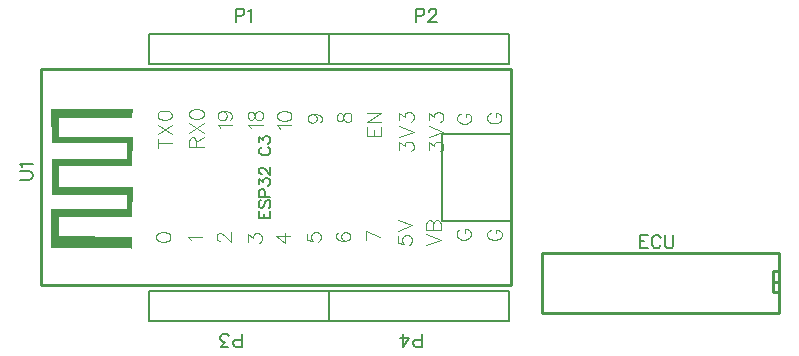
<source format=gto>
G04 Layer: TopSilkscreenLayer*
G04 EasyEDA v6.5.37, 2023-11-05 12:22:53*
G04 b38ca7787a6d49d182703bcf24ee71ae,61ca570dd1bc49e89b508e185065188e,10*
G04 Gerber Generator version 0.2*
G04 Scale: 100 percent, Rotated: No, Reflected: No *
G04 Dimensions in millimeters *
G04 leading zeros omitted , absolute positions ,4 integer and 5 decimal *
%FSLAX45Y45*%
%MOMM*%

%ADD10C,0.1524*%
%ADD11C,0.1016*%
%ADD12C,0.2030*%
%ADD13C,0.1520*%
%ADD14C,0.1270*%
%ADD15C,0.2540*%
%ADD16C,0.2032*%
%ADD17C,0.2030*%
%ADD18C,0.0176*%

%LPD*%
D10*
X595884Y9334500D02*
G01*
X673862Y9334500D01*
X689355Y9339579D01*
X699770Y9349994D01*
X704850Y9365742D01*
X704850Y9376155D01*
X699770Y9391650D01*
X689355Y9402063D01*
X673862Y9407144D01*
X595884Y9407144D01*
X616712Y9441434D02*
G01*
X611378Y9451847D01*
X595884Y9467595D01*
X704850Y9467595D01*
D11*
X4321032Y8916464D02*
G01*
X4309602Y8910622D01*
X4297918Y8899192D01*
X4292330Y8887508D01*
X4292330Y8864648D01*
X4297918Y8852964D01*
X4309602Y8841534D01*
X4321032Y8835692D01*
X4338304Y8829850D01*
X4367260Y8829850D01*
X4384532Y8835692D01*
X4396216Y8841534D01*
X4407646Y8852964D01*
X4413488Y8864648D01*
X4413488Y8887508D01*
X4407646Y8899192D01*
X4396216Y8910622D01*
X4384532Y8916464D01*
X4367260Y8916464D01*
X4367260Y8887508D02*
G01*
X4367260Y8916464D01*
X4037332Y8782850D02*
G01*
X4158490Y8829078D01*
X4037332Y8875306D02*
G01*
X4158490Y8829078D01*
X4037332Y8913406D02*
G01*
X4158490Y8913406D01*
X4037332Y8913406D02*
G01*
X4037332Y8965222D01*
X4042920Y8982748D01*
X4048762Y8988336D01*
X4060446Y8994178D01*
X4071876Y8994178D01*
X4083306Y8988336D01*
X4089148Y8982748D01*
X4094990Y8965222D01*
X4094990Y8913406D02*
G01*
X4094990Y8965222D01*
X4100832Y8982748D01*
X4106420Y8988336D01*
X4118104Y8994178D01*
X4135376Y8994178D01*
X4146806Y8988336D01*
X4152648Y8982748D01*
X4158490Y8965222D01*
X4158490Y8913406D01*
X3793332Y8857193D02*
G01*
X3793332Y8799535D01*
X3845148Y8793693D01*
X3839306Y8799535D01*
X3833718Y8816807D01*
X3833718Y8834079D01*
X3839306Y8851351D01*
X3850990Y8863035D01*
X3868262Y8868623D01*
X3879946Y8868623D01*
X3897218Y8863035D01*
X3908648Y8851351D01*
X3914490Y8834079D01*
X3914490Y8816807D01*
X3908648Y8799535D01*
X3902806Y8793693D01*
X3891376Y8787851D01*
X3793332Y8906723D02*
G01*
X3914490Y8952951D01*
X3793332Y8999179D02*
G01*
X3914490Y8952951D01*
X3525332Y8905623D02*
G01*
X3646490Y8847965D01*
X3525332Y8824851D02*
G01*
X3525332Y8905623D01*
X3288606Y8889192D02*
G01*
X3276922Y8883350D01*
X3271334Y8866078D01*
X3271334Y8854648D01*
X3276922Y8837122D01*
X3294448Y8825692D01*
X3323150Y8819850D01*
X3352106Y8819850D01*
X3375220Y8825692D01*
X3386650Y8837122D01*
X3392492Y8854648D01*
X3392492Y8860236D01*
X3386650Y8877508D01*
X3375220Y8889192D01*
X3357948Y8895034D01*
X3352106Y8895034D01*
X3334834Y8889192D01*
X3323150Y8877508D01*
X3317308Y8860236D01*
X3317308Y8854648D01*
X3323150Y8837122D01*
X3334834Y8825692D01*
X3352106Y8819850D01*
X3022333Y8880193D02*
G01*
X3022333Y8822535D01*
X3074149Y8816693D01*
X3068307Y8822535D01*
X3062719Y8839807D01*
X3062719Y8857079D01*
X3068307Y8874351D01*
X3079991Y8886035D01*
X3097263Y8891623D01*
X3108947Y8891623D01*
X3126219Y8886035D01*
X3137649Y8874351D01*
X3143491Y8857079D01*
X3143491Y8839807D01*
X3137649Y8822535D01*
X3131807Y8816693D01*
X3120377Y8810851D01*
X2763334Y8859507D02*
G01*
X2844106Y8801849D01*
X2844106Y8888463D01*
X2763334Y8859507D02*
G01*
X2884492Y8859507D01*
X2523335Y8813533D02*
G01*
X2523335Y8877033D01*
X2569309Y8842235D01*
X2569309Y8859507D01*
X2575151Y8871191D01*
X2580993Y8877033D01*
X2598265Y8882621D01*
X2609949Y8882621D01*
X2627221Y8877033D01*
X2638651Y8865349D01*
X2644493Y8848077D01*
X2644493Y8830805D01*
X2638651Y8813533D01*
X2632809Y8807691D01*
X2621379Y8801849D01*
X2289037Y8816693D02*
G01*
X2283449Y8816693D01*
X2271765Y8822535D01*
X2265923Y8828123D01*
X2260335Y8839807D01*
X2260335Y8862921D01*
X2265923Y8874351D01*
X2271765Y8880193D01*
X2283449Y8886035D01*
X2294879Y8886035D01*
X2306309Y8880193D01*
X2323835Y8868509D01*
X2381493Y8810851D01*
X2381493Y8891623D01*
X2043450Y8824851D02*
G01*
X2037608Y8836535D01*
X2020336Y8853807D01*
X2141494Y8853807D01*
X1747337Y8845649D02*
G01*
X1752925Y8828123D01*
X1770451Y8816693D01*
X1799153Y8810851D01*
X1816425Y8810851D01*
X1845381Y8816693D01*
X1862653Y8828123D01*
X1868495Y8845649D01*
X1868495Y8857079D01*
X1862653Y8874351D01*
X1845381Y8886035D01*
X1816425Y8891623D01*
X1799153Y8891623D01*
X1770451Y8886035D01*
X1752925Y8874351D01*
X1747337Y8857079D01*
X1747337Y8845649D01*
X1762285Y9644184D02*
G01*
X1883443Y9644184D01*
X1762285Y9603798D02*
G01*
X1762285Y9684824D01*
X1762285Y9722924D02*
G01*
X1883443Y9803696D01*
X1762285Y9803696D02*
G01*
X1883443Y9722924D01*
X1762285Y9876340D02*
G01*
X1768127Y9859068D01*
X1785399Y9847384D01*
X1814101Y9841796D01*
X1831627Y9841796D01*
X1860329Y9847384D01*
X1877601Y9859068D01*
X1883443Y9876340D01*
X1883443Y9888024D01*
X1877601Y9905296D01*
X1860329Y9916726D01*
X1831627Y9922568D01*
X1814101Y9922568D01*
X1785399Y9916726D01*
X1768127Y9905296D01*
X1762285Y9888024D01*
X1762285Y9876340D01*
X2030285Y9613798D02*
G01*
X2151443Y9613798D01*
X2030285Y9613798D02*
G01*
X2030285Y9665868D01*
X2036127Y9683140D01*
X2041715Y9688982D01*
X2053399Y9694824D01*
X2064829Y9694824D01*
X2076513Y9688982D01*
X2082101Y9683140D01*
X2087943Y9665868D01*
X2087943Y9613798D01*
X2087943Y9654184D02*
G01*
X2151443Y9694824D01*
X2030285Y9732924D02*
G01*
X2151443Y9813696D01*
X2030285Y9813696D02*
G01*
X2151443Y9732924D01*
X2030285Y9886340D02*
G01*
X2036127Y9869068D01*
X2053399Y9857384D01*
X2082101Y9851796D01*
X2099627Y9851796D01*
X2128329Y9857384D01*
X2145601Y9869068D01*
X2151443Y9886340D01*
X2151443Y9898024D01*
X2145601Y9915296D01*
X2128329Y9926726D01*
X2099627Y9932568D01*
X2082101Y9932568D01*
X2053399Y9926726D01*
X2036127Y9915296D01*
X2030285Y9898024D01*
X2030285Y9886340D01*
X2293399Y9772797D02*
G01*
X2287557Y9784481D01*
X2270285Y9801753D01*
X2391443Y9801753D01*
X2310671Y9914783D02*
G01*
X2327943Y9909195D01*
X2339627Y9897511D01*
X2345215Y9880239D01*
X2345215Y9874397D01*
X2339627Y9857125D01*
X2327943Y9845695D01*
X2310671Y9839853D01*
X2304829Y9839853D01*
X2287557Y9845695D01*
X2276127Y9857125D01*
X2270285Y9874397D01*
X2270285Y9880239D01*
X2276127Y9897511D01*
X2287557Y9909195D01*
X2310671Y9914783D01*
X2339627Y9914783D01*
X2368329Y9909195D01*
X2385601Y9897511D01*
X2391443Y9880239D01*
X2391443Y9868809D01*
X2385601Y9851283D01*
X2374171Y9845695D01*
X2796458Y9768974D02*
G01*
X2790616Y9780404D01*
X2773344Y9797676D01*
X2894502Y9797676D01*
X2773344Y9870574D02*
G01*
X2778932Y9853302D01*
X2796458Y9841618D01*
X2825160Y9835776D01*
X2842432Y9835776D01*
X2871388Y9841618D01*
X2888660Y9853302D01*
X2894502Y9870574D01*
X2894502Y9882004D01*
X2888660Y9899276D01*
X2871388Y9910960D01*
X2842432Y9916802D01*
X2825160Y9916802D01*
X2796458Y9910960D01*
X2778932Y9899276D01*
X2773344Y9882004D01*
X2773344Y9870574D01*
X3072668Y9890980D02*
G01*
X3089940Y9885138D01*
X3101624Y9873708D01*
X3107212Y9856182D01*
X3107212Y9850594D01*
X3101624Y9833322D01*
X3089940Y9821638D01*
X3072668Y9815796D01*
X3066826Y9815796D01*
X3049554Y9821638D01*
X3038124Y9833322D01*
X3032282Y9850594D01*
X3032282Y9856182D01*
X3038124Y9873708D01*
X3049554Y9885138D01*
X3072668Y9890980D01*
X3101624Y9890980D01*
X3130326Y9885138D01*
X3147598Y9873708D01*
X3153440Y9856182D01*
X3153440Y9844752D01*
X3147598Y9827480D01*
X3136168Y9821638D01*
X3281283Y9853754D02*
G01*
X3287125Y9836482D01*
X3298555Y9830640D01*
X3309985Y9830640D01*
X3321669Y9836482D01*
X3327511Y9847912D01*
X3333099Y9871026D01*
X3338941Y9888298D01*
X3350625Y9899982D01*
X3362055Y9905824D01*
X3379327Y9905824D01*
X3391011Y9899982D01*
X3396599Y9894140D01*
X3402441Y9876868D01*
X3402441Y9853754D01*
X3396599Y9836482D01*
X3391011Y9830640D01*
X3379327Y9824798D01*
X3362055Y9824798D01*
X3350625Y9830640D01*
X3338941Y9842324D01*
X3333099Y9859596D01*
X3327511Y9882710D01*
X3321669Y9894140D01*
X3309985Y9899982D01*
X3298555Y9899982D01*
X3287125Y9894140D01*
X3281283Y9876868D01*
X3281283Y9853754D01*
X3535281Y9711027D02*
G01*
X3656439Y9711027D01*
X3535281Y9711027D02*
G01*
X3535281Y9785957D01*
X3592939Y9711027D02*
G01*
X3592939Y9757001D01*
X3656439Y9711027D02*
G01*
X3656439Y9785957D01*
X3535281Y9824057D02*
G01*
X3656439Y9824057D01*
X3535281Y9824057D02*
G01*
X3656439Y9904829D01*
X3535281Y9904829D02*
G01*
X3656439Y9904829D01*
X3808282Y9590455D02*
G01*
X3808282Y9653955D01*
X3854510Y9619411D01*
X3854510Y9636683D01*
X3860098Y9648113D01*
X3865940Y9653955D01*
X3883212Y9659797D01*
X3894896Y9659797D01*
X3912168Y9653955D01*
X3923598Y9642525D01*
X3929440Y9624999D01*
X3929440Y9607727D01*
X3923598Y9590455D01*
X3918010Y9584613D01*
X3906326Y9579025D01*
X3808282Y9697897D02*
G01*
X3929440Y9744125D01*
X3808282Y9790099D02*
G01*
X3929440Y9744125D01*
X3808282Y9839883D02*
G01*
X3808282Y9903383D01*
X3854510Y9868585D01*
X3854510Y9886111D01*
X3860098Y9897541D01*
X3865940Y9903383D01*
X3883212Y9909225D01*
X3894896Y9909225D01*
X3912168Y9903383D01*
X3923598Y9891699D01*
X3929440Y9874427D01*
X3929440Y9857155D01*
X3923598Y9839883D01*
X3918010Y9834041D01*
X3906326Y9828199D01*
X4058282Y9590455D02*
G01*
X4058282Y9653955D01*
X4104510Y9619411D01*
X4104510Y9636683D01*
X4110098Y9648113D01*
X4115940Y9653955D01*
X4133212Y9659797D01*
X4144896Y9659797D01*
X4162168Y9653955D01*
X4173598Y9642525D01*
X4179440Y9624999D01*
X4179440Y9607727D01*
X4173598Y9590455D01*
X4168010Y9584613D01*
X4156326Y9579025D01*
X4058282Y9697897D02*
G01*
X4179440Y9744125D01*
X4058282Y9790099D02*
G01*
X4179440Y9744125D01*
X4058282Y9839883D02*
G01*
X4058282Y9903383D01*
X4104510Y9868585D01*
X4104510Y9886111D01*
X4110098Y9897541D01*
X4115940Y9903383D01*
X4133212Y9909225D01*
X4144896Y9909225D01*
X4162168Y9903383D01*
X4173598Y9891699D01*
X4179440Y9874427D01*
X4179440Y9857155D01*
X4173598Y9839883D01*
X4168010Y9834041D01*
X4156326Y9828199D01*
X4325983Y9896386D02*
G01*
X4314553Y9890798D01*
X4303123Y9879114D01*
X4297281Y9867684D01*
X4297281Y9844570D01*
X4303123Y9832886D01*
X4314553Y9821456D01*
X4325983Y9815614D01*
X4343509Y9810026D01*
X4372211Y9810026D01*
X4389483Y9815614D01*
X4401167Y9821456D01*
X4412597Y9832886D01*
X4418439Y9844570D01*
X4418439Y9867684D01*
X4412597Y9879114D01*
X4401167Y9890798D01*
X4389483Y9896386D01*
X4372211Y9896386D01*
X4372211Y9867684D02*
G01*
X4372211Y9896386D01*
X4579983Y9900386D02*
G01*
X4568553Y9894798D01*
X4557123Y9883114D01*
X4551281Y9871684D01*
X4551281Y9848570D01*
X4557123Y9836886D01*
X4568553Y9825456D01*
X4579983Y9819614D01*
X4597509Y9814026D01*
X4626211Y9814026D01*
X4643483Y9819614D01*
X4655167Y9825456D01*
X4666597Y9836886D01*
X4672439Y9848570D01*
X4672439Y9871684D01*
X4666597Y9883114D01*
X4655167Y9894798D01*
X4643483Y9900386D01*
X4626211Y9900386D01*
X4626211Y9871684D02*
G01*
X4626211Y9900386D01*
D12*
X2619512Y9011028D02*
G01*
X2715016Y9011028D01*
X2619512Y9011028D02*
G01*
X2619512Y9069956D01*
X2664978Y9011028D02*
G01*
X2664978Y9047350D01*
X2715016Y9011028D02*
G01*
X2715016Y9069956D01*
X2633228Y9163682D02*
G01*
X2624084Y9154538D01*
X2619512Y9140822D01*
X2619512Y9122788D01*
X2624084Y9109072D01*
X2633228Y9099928D01*
X2642118Y9099928D01*
X2651262Y9104500D01*
X2655834Y9109072D01*
X2660406Y9118216D01*
X2669550Y9145394D01*
X2674122Y9154538D01*
X2678694Y9159110D01*
X2687584Y9163682D01*
X2701300Y9163682D01*
X2710444Y9154538D01*
X2715016Y9140822D01*
X2715016Y9122788D01*
X2710444Y9109072D01*
X2701300Y9099928D01*
X2619512Y9193654D02*
G01*
X2715016Y9193654D01*
X2619512Y9193654D02*
G01*
X2619512Y9234548D01*
X2624084Y9248264D01*
X2628656Y9252836D01*
X2637800Y9257154D01*
X2651262Y9257154D01*
X2660406Y9252836D01*
X2664978Y9248264D01*
X2669550Y9234548D01*
X2669550Y9193654D01*
X2619512Y9296270D02*
G01*
X2619512Y9346308D01*
X2655834Y9319130D01*
X2655834Y9332592D01*
X2660406Y9341736D01*
X2664978Y9346308D01*
X2678694Y9350880D01*
X2687584Y9350880D01*
X2701300Y9346308D01*
X2710444Y9337164D01*
X2715016Y9323702D01*
X2715016Y9309986D01*
X2710444Y9296270D01*
X2705872Y9291698D01*
X2696728Y9287380D01*
X2642118Y9385424D02*
G01*
X2637800Y9385424D01*
X2628656Y9389996D01*
X2624084Y9394568D01*
X2619512Y9403712D01*
X2619512Y9421746D01*
X2624084Y9430890D01*
X2628656Y9435462D01*
X2637800Y9440034D01*
X2646690Y9440034D01*
X2655834Y9435462D01*
X2669550Y9426318D01*
X2715016Y9380852D01*
X2715016Y9444606D01*
X2642118Y9612754D02*
G01*
X2633228Y9608182D01*
X2624084Y9599038D01*
X2619512Y9589894D01*
X2619512Y9571860D01*
X2624084Y9562716D01*
X2633228Y9553572D01*
X2642118Y9549000D01*
X2655834Y9544428D01*
X2678694Y9544428D01*
X2692156Y9549000D01*
X2701300Y9553572D01*
X2710444Y9562716D01*
X2715016Y9571860D01*
X2715016Y9589894D01*
X2710444Y9599038D01*
X2701300Y9608182D01*
X2692156Y9612754D01*
X2619512Y9651870D02*
G01*
X2619512Y9701908D01*
X2655834Y9674476D01*
X2655834Y9688192D01*
X2660406Y9697336D01*
X2664978Y9701908D01*
X2678694Y9706480D01*
X2687584Y9706480D01*
X2701300Y9701908D01*
X2710444Y9692764D01*
X2715016Y9679048D01*
X2715016Y9665332D01*
X2710444Y9651870D01*
X2705872Y9647298D01*
X2696728Y9642726D01*
D11*
X4582035Y8911460D02*
G01*
X4570608Y8905618D01*
X4558918Y8894193D01*
X4553328Y8882509D01*
X4553328Y8859644D01*
X4558918Y8847960D01*
X4570608Y8836535D01*
X4582035Y8830693D01*
X4599304Y8824851D01*
X4628273Y8824851D01*
X4645535Y8830693D01*
X4657219Y8836535D01*
X4668652Y8847960D01*
X4674494Y8859644D01*
X4674494Y8882509D01*
X4668652Y8894193D01*
X4657219Y8905618D01*
X4645535Y8911460D01*
X4628273Y8911460D01*
X4628273Y8882509D02*
G01*
X4628273Y8911460D01*
X2553380Y9772002D02*
G01*
X2547538Y9783432D01*
X2530266Y9800704D01*
X2651424Y9800704D01*
X2530266Y9867760D02*
G01*
X2536108Y9850488D01*
X2547538Y9844646D01*
X2559222Y9844646D01*
X2570652Y9850488D01*
X2576494Y9861918D01*
X2582082Y9885032D01*
X2587924Y9902304D01*
X2599608Y9913988D01*
X2611038Y9919576D01*
X2628310Y9919576D01*
X2639994Y9913988D01*
X2645582Y9908146D01*
X2651424Y9890874D01*
X2651424Y9867760D01*
X2645582Y9850488D01*
X2639994Y9844646D01*
X2628310Y9838804D01*
X2611038Y9838804D01*
X2599608Y9844646D01*
X2587924Y9856076D01*
X2582082Y9873602D01*
X2576494Y9896462D01*
X2570652Y9908146D01*
X2559222Y9913988D01*
X2547538Y9913988D01*
X2536108Y9908146D01*
X2530266Y9890874D01*
X2530266Y9867760D01*
D13*
X5842000Y8865615D02*
G01*
X5842000Y8756650D01*
X5842000Y8865615D02*
G01*
X5909563Y8865615D01*
X5842000Y8813800D02*
G01*
X5883656Y8813800D01*
X5842000Y8756650D02*
G01*
X5909563Y8756650D01*
X6021831Y8839708D02*
G01*
X6016497Y8850121D01*
X6006084Y8860536D01*
X5995670Y8865615D01*
X5975095Y8865615D01*
X5964681Y8860536D01*
X5954268Y8850121D01*
X5948934Y8839708D01*
X5943854Y8823960D01*
X5943854Y8798052D01*
X5948934Y8782558D01*
X5954268Y8772144D01*
X5964681Y8761729D01*
X5975095Y8756650D01*
X5995670Y8756650D01*
X6006084Y8761729D01*
X6016497Y8772144D01*
X6021831Y8782558D01*
X6056122Y8865615D02*
G01*
X6056122Y8787637D01*
X6061202Y8772144D01*
X6071615Y8761729D01*
X6087109Y8756650D01*
X6097524Y8756650D01*
X6113272Y8761729D01*
X6123686Y8772144D01*
X6128765Y8787637D01*
X6128765Y8865615D01*
D10*
X2422143Y10783315D02*
G01*
X2422143Y10674350D01*
X2422143Y10783315D02*
G01*
X2468879Y10783315D01*
X2484374Y10778236D01*
X2489454Y10772902D01*
X2494788Y10762487D01*
X2494788Y10746994D01*
X2489454Y10736579D01*
X2484374Y10731500D01*
X2468879Y10726165D01*
X2422143Y10726165D01*
X2529077Y10762487D02*
G01*
X2539491Y10767821D01*
X2554986Y10783315D01*
X2554986Y10674350D01*
X3945890Y10783315D02*
G01*
X3945890Y10674350D01*
X3945890Y10783315D02*
G01*
X3992625Y10783315D01*
X4008374Y10778236D01*
X4013454Y10772902D01*
X4018788Y10762487D01*
X4018788Y10746994D01*
X4013454Y10736579D01*
X4008374Y10731500D01*
X3992625Y10726165D01*
X3945890Y10726165D01*
X4058158Y10757408D02*
G01*
X4058158Y10762487D01*
X4063491Y10772902D01*
X4068572Y10778236D01*
X4078986Y10783315D01*
X4099813Y10783315D01*
X4110227Y10778236D01*
X4115308Y10772902D01*
X4120641Y10762487D01*
X4120641Y10752074D01*
X4115308Y10741660D01*
X4104893Y10726165D01*
X4053077Y10674350D01*
X4125722Y10674350D01*
X2472690Y7923784D02*
G01*
X2472690Y8032750D01*
X2472690Y7923784D02*
G01*
X2425954Y7923784D01*
X2410459Y7928863D01*
X2405379Y7934197D01*
X2400045Y7944612D01*
X2400045Y7960105D01*
X2405379Y7970520D01*
X2410459Y7975600D01*
X2425954Y7980934D01*
X2472690Y7980934D01*
X2355341Y7923784D02*
G01*
X2298191Y7923784D01*
X2329434Y7965439D01*
X2313940Y7965439D01*
X2303525Y7970520D01*
X2298191Y7975600D01*
X2293111Y7991347D01*
X2293111Y8001762D01*
X2298191Y8017255D01*
X2308606Y8027670D01*
X2324100Y8032750D01*
X2339847Y8032750D01*
X2355341Y8027670D01*
X2360675Y8022589D01*
X2365756Y8012176D01*
X3996893Y7923784D02*
G01*
X3996893Y8032750D01*
X3996893Y7923784D02*
G01*
X3950157Y7923784D01*
X3934409Y7928863D01*
X3929329Y7934197D01*
X3923995Y7944612D01*
X3923995Y7960105D01*
X3929329Y7970520D01*
X3934409Y7975600D01*
X3950157Y7980934D01*
X3996893Y7980934D01*
X3837889Y7923784D02*
G01*
X3889705Y7996428D01*
X3811727Y7996428D01*
X3837889Y7923784D02*
G01*
X3837889Y8032750D01*
G36*
X1537411Y9939883D02*
G01*
X1528521Y9932924D01*
X859383Y9932924D01*
X862380Y9929876D01*
X864412Y9646920D01*
X1499412Y9643922D01*
X1499412Y9512909D01*
X864412Y9514890D01*
X865428Y9221876D01*
X866394Y9206890D01*
X1499412Y9206890D01*
X1499412Y9089898D01*
X861415Y9092895D01*
X862380Y8761882D01*
X1545386Y8758885D01*
X1546402Y8851900D01*
X925423Y8858910D01*
X925423Y9016898D01*
X1548384Y9016898D01*
X1549400Y9277908D01*
X929386Y9277908D01*
X930402Y9449917D01*
X1548384Y9450882D01*
X1549400Y9700920D01*
X928420Y9699904D01*
X928420Y9859873D01*
X1548384Y9857892D01*
X1549400Y9932924D01*
X1530400Y9932924D01*
G37*
G36*
X1537411Y8758936D02*
G01*
X1542389Y8753906D01*
X1542389Y8756904D01*
X1540408Y8758885D01*
G37*
D14*
X4760396Y8986901D02*
G01*
X4169409Y8990329D01*
X4169409Y9720579D01*
X4743396Y9720900D01*
D15*
X770407Y8442909D02*
G01*
X770407Y10271912D01*
X4756404Y10271912D01*
X4756404Y8442909D01*
X770407Y8442909D01*
X6972300Y8470910D02*
G01*
X7023100Y8470910D01*
X7023100Y8563681D02*
G01*
X6972300Y8563681D01*
X6972300Y8382000D01*
X7023100Y8382000D01*
X7023100Y8712200D02*
G01*
X5016500Y8712200D01*
X5016500Y8712200D02*
G01*
X5016500Y8204200D01*
X7023100Y8204200D01*
X7023100Y8712200D01*
D16*
X1876044Y10566400D02*
G01*
X1685544Y10566400D01*
X1685544Y10312400D01*
X3209543Y10312400D01*
X3209543Y10566400D01*
D17*
X3209543Y10566400D02*
G01*
X1876044Y10566400D01*
D16*
X3399790Y10566400D02*
G01*
X3209290Y10566400D01*
X3209290Y10312400D01*
X4733290Y10312400D01*
X4733290Y10566400D01*
D17*
X4733290Y10566400D02*
G01*
X3399790Y10566400D01*
D16*
X3019043Y8140700D02*
G01*
X3209543Y8140700D01*
X3209543Y8394700D01*
X1685544Y8394700D01*
X1685544Y8140700D01*
D17*
X1685544Y8140700D02*
G01*
X3019043Y8140700D01*
D16*
X4542790Y8140700D02*
G01*
X4733290Y8140700D01*
X4733290Y8394700D01*
X3209290Y8394700D01*
X3209290Y8140700D01*
D17*
X3209290Y8140700D02*
G01*
X4542790Y8140700D01*
M02*

</source>
